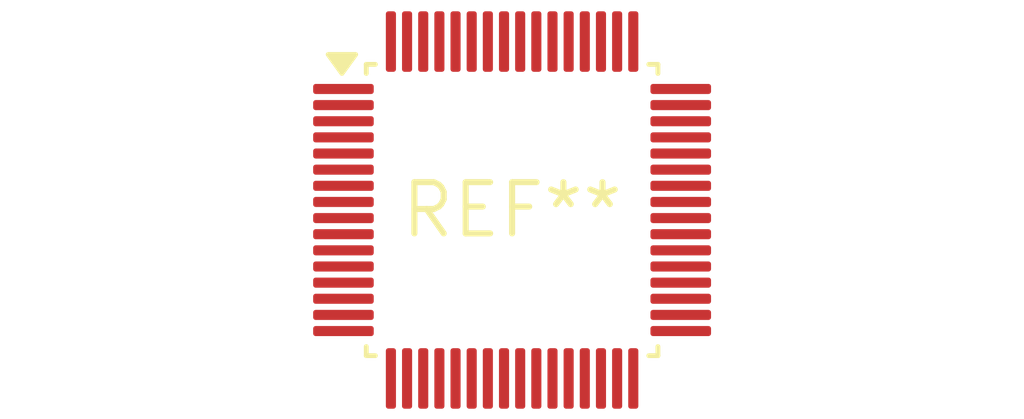
<source format=kicad_pcb>
(kicad_pcb (version 20240108) (generator pcbnew)
  (layers (0 "F.Cu" signal) (31 "B.Cu" signal) (34 "B.Paste" user) (35 "F.Paste" user) (36 "B.SilkS" user "B.Silkscreen") (37 "F.SilkS" user "F.Silkscreen") (38 "B.Mask" user) (39 "F.Mask" user) (44 "Edge.Cuts" user))
  (net 0 "")
  (footprint "LQFP-64_7x7mm_P0.4mm" (layer "F.Cu") (at 0 0)
    (property "Reference" "REF**")
    (property "Value" "LQFP-64_7x7mm_P0.4mm")
    (fp_line (start -3.61 -3.61) (end -3.61 -3.385) (layer "F.SilkS") (stroke (width 0.12)))
    (fp_line (start -3.61 3.61) (end -3.61 3.385) (layer "F.SilkS") (stroke (width 0.12)))
    (fp_line (start -3.385 -3.61) (end -3.61 -3.61) (layer "F.SilkS") (stroke (width 0.12)))
    (fp_line (start -3.385 3.61) (end -3.61 3.61) (layer "F.SilkS") (stroke (width 0.12)))
    (fp_line (start 3.385 -3.61) (end 3.61 -3.61) (layer "F.SilkS") (stroke (width 0.12)))
    (fp_line (start 3.385 3.61) (end 3.61 3.61) (layer "F.SilkS") (stroke (width 0.12)))
    (fp_line (start 3.61 -3.61) (end 3.61 -3.385) (layer "F.SilkS") (stroke (width 0.12)))
    (fp_line (start 3.61 3.61) (end 3.61 3.385) (layer "F.SilkS") (stroke (width 0.12)))
    (fp_poly (pts (xy -4.2125 -3.385) (xy -4.5525 -3.855) (xy -3.8725 -3.855) (xy -4.2125 -3.385)) (layer "F.SilkS") (stroke (width 0.12)) (fill solid))
    (pad "1" smd roundrect (at -4.175 -3) (size 1.5 0.25) (layers "F.Cu" "F.Paste" "F.Mask"))
    (pad "2" smd roundrect (at -4.175 -2.6) (size 1.5 0.25) (layers "F.Cu" "F.Paste" "F.Mask"))
    (pad "3" smd roundrect (at -4.175 -2.2) (size 1.5 0.25) (layers "F.Cu" "F.Paste" "F.Mask"))
    (pad "4" smd roundrect (at -4.175 -1.8) (size 1.5 0.25) (layers "F.Cu" "F.Paste" "F.Mask"))
    (pad "5" smd roundrect (at -4.175 -1.4) (size 1.5 0.25) (layers "F.Cu" "F.Paste" "F.Mask"))
    (pad "6" smd roundrect (at -4.175 -1) (size 1.5 0.25) (layers "F.Cu" "F.Paste" "F.Mask"))
    (pad "7" smd roundrect (at -4.175 -0.6) (size 1.5 0.25) (layers "F.Cu" "F.Paste" "F.Mask"))
    (pad "8" smd roundrect (at -4.175 -0.2) (size 1.5 0.25) (layers "F.Cu" "F.Paste" "F.Mask"))
    (pad "9" smd roundrect (at -4.175 0.2) (size 1.5 0.25) (layers "F.Cu" "F.Paste" "F.Mask"))
    (pad "10" smd roundrect (at -4.175 0.6) (size 1.5 0.25) (layers "F.Cu" "F.Paste" "F.Mask"))
    (pad "11" smd roundrect (at -4.175 1) (size 1.5 0.25) (layers "F.Cu" "F.Paste" "F.Mask"))
    (pad "12" smd roundrect (at -4.175 1.4) (size 1.5 0.25) (layers "F.Cu" "F.Paste" "F.Mask"))
    (pad "13" smd roundrect (at -4.175 1.8) (size 1.5 0.25) (layers "F.Cu" "F.Paste" "F.Mask"))
    (pad "14" smd roundrect (at -4.175 2.2) (size 1.5 0.25) (layers "F.Cu" "F.Paste" "F.Mask"))
    (pad "15" smd roundrect (at -4.175 2.6) (size 1.5 0.25) (layers "F.Cu" "F.Paste" "F.Mask"))
    (pad "16" smd roundrect (at -4.175 3) (size 1.5 0.25) (layers "F.Cu" "F.Paste" "F.Mask"))
    (pad "17" smd roundrect (at -3 4.175) (size 0.25 1.5) (layers "F.Cu" "F.Paste" "F.Mask"))
    (pad "18" smd roundrect (at -2.6 4.175) (size 0.25 1.5) (layers "F.Cu" "F.Paste" "F.Mask"))
    (pad "19" smd roundrect (at -2.2 4.175) (size 0.25 1.5) (layers "F.Cu" "F.Paste" "F.Mask"))
    (pad "20" smd roundrect (at -1.8 4.175) (size 0.25 1.5) (layers "F.Cu" "F.Paste" "F.Mask"))
    (pad "21" smd roundrect (at -1.4 4.175) (size 0.25 1.5) (layers "F.Cu" "F.Paste" "F.Mask"))
    (pad "22" smd roundrect (at -1 4.175) (size 0.25 1.5) (layers "F.Cu" "F.Paste" "F.Mask"))
    (pad "23" smd roundrect (at -0.6 4.175) (size 0.25 1.5) (layers "F.Cu" "F.Paste" "F.Mask"))
    (pad "24" smd roundrect (at -0.2 4.175) (size 0.25 1.5) (layers "F.Cu" "F.Paste" "F.Mask"))
    (pad "25" smd roundrect (at 0.2 4.175) (size 0.25 1.5) (layers "F.Cu" "F.Paste" "F.Mask"))
    (pad "26" smd roundrect (at 0.6 4.175) (size 0.25 1.5) (layers "F.Cu" "F.Paste" "F.Mask"))
    (pad "27" smd roundrect (at 1 4.175) (size 0.25 1.5) (layers "F.Cu" "F.Paste" "F.Mask"))
    (pad "28" smd roundrect (at 1.4 4.175) (size 0.25 1.5) (layers "F.Cu" "F.Paste" "F.Mask"))
    (pad "29" smd roundrect (at 1.8 4.175) (size 0.25 1.5) (layers "F.Cu" "F.Paste" "F.Mask"))
    (pad "30" smd roundrect (at 2.2 4.175) (size 0.25 1.5) (layers "F.Cu" "F.Paste" "F.Mask"))
    (pad "31" smd roundrect (at 2.6 4.175) (size 0.25 1.5) (layers "F.Cu" "F.Paste" "F.Mask"))
    (pad "32" smd roundrect (at 3 4.175) (size 0.25 1.5) (layers "F.Cu" "F.Paste" "F.Mask"))
    (pad "33" smd roundrect (at 4.175 3) (size 1.5 0.25) (layers "F.Cu" "F.Paste" "F.Mask"))
    (pad "34" smd roundrect (at 4.175 2.6) (size 1.5 0.25) (layers "F.Cu" "F.Paste" "F.Mask"))
    (pad "35" smd roundrect (at 4.175 2.2) (size 1.5 0.25) (layers "F.Cu" "F.Paste" "F.Mask"))
    (pad "36" smd roundrect (at 4.175 1.8) (size 1.5 0.25) (layers "F.Cu" "F.Paste" "F.Mask"))
    (pad "37" smd roundrect (at 4.175 1.4) (size 1.5 0.25) (layers "F.Cu" "F.Paste" "F.Mask"))
    (pad "38" smd roundrect (at 4.175 1) (size 1.5 0.25) (layers "F.Cu" "F.Paste" "F.Mask"))
    (pad "39" smd roundrect (at 4.175 0.6) (size 1.5 0.25) (layers "F.Cu" "F.Paste" "F.Mask"))
    (pad "40" smd roundrect (at 4.175 0.2) (size 1.5 0.25) (layers "F.Cu" "F.Paste" "F.Mask"))
    (pad "41" smd roundrect (at 4.175 -0.2) (size 1.5 0.25) (layers "F.Cu" "F.Paste" "F.Mask"))
    (pad "42" smd roundrect (at 4.175 -0.6) (size 1.5 0.25) (layers "F.Cu" "F.Paste" "F.Mask"))
    (pad "43" smd roundrect (at 4.175 -1) (size 1.5 0.25) (layers "F.Cu" "F.Paste" "F.Mask"))
    (pad "44" smd roundrect (at 4.175 -1.4) (size 1.5 0.25) (layers "F.Cu" "F.Paste" "F.Mask"))
    (pad "45" smd roundrect (at 4.175 -1.8) (size 1.5 0.25) (layers "F.Cu" "F.Paste" "F.Mask"))
    (pad "46" smd roundrect (at 4.175 -2.2) (size 1.5 0.25) (layers "F.Cu" "F.Paste" "F.Mask"))
    (pad "47" smd roundrect (at 4.175 -2.6) (size 1.5 0.25) (layers "F.Cu" "F.Paste" "F.Mask"))
    (pad "48" smd roundrect (at 4.175 -3) (size 1.5 0.25) (layers "F.Cu" "F.Paste" "F.Mask"))
    (pad "49" smd roundrect (at 3 -4.175) (size 0.25 1.5) (layers "F.Cu" "F.Paste" "F.Mask"))
    (pad "50" smd roundrect (at 2.6 -4.175) (size 0.25 1.5) (layers "F.Cu" "F.Paste" "F.Mask"))
    (pad "51" smd roundrect (at 2.2 -4.175) (size 0.25 1.5) (layers "F.Cu" "F.Paste" "F.Mask"))
    (pad "52" smd roundrect (at 1.8 -4.175) (size 0.25 1.5) (layers "F.Cu" "F.Paste" "F.Mask"))
    (pad "53" smd roundrect (at 1.4 -4.175) (size 0.25 1.5) (layers "F.Cu" "F.Paste" "F.Mask"))
    (pad "54" smd roundrect (at 1 -4.175) (size 0.25 1.5) (layers "F.Cu" "F.Paste" "F.Mask"))
    (pad "55" smd roundrect (at 0.6 -4.175) (size 0.25 1.5) (layers "F.Cu" "F.Paste" "F.Mask"))
    (pad "56" smd roundrect (at 0.2 -4.175) (size 0.25 1.5) (layers "F.Cu" "F.Paste" "F.Mask"))
    (pad "57" smd roundrect (at -0.2 -4.175) (size 0.25 1.5) (layers "F.Cu" "F.Paste" "F.Mask"))
    (pad "58" smd roundrect (at -0.6 -4.175) (size 0.25 1.5) (layers "F.Cu" "F.Paste" "F.Mask"))
    (pad "59" smd roundrect (at -1 -4.175) (size 0.25 1.5) (layers "F.Cu" "F.Paste" "F.Mask"))
    (pad "60" smd roundrect (at -1.4 -4.175) (size 0.25 1.5) (layers "F.Cu" "F.Paste" "F.Mask"))
    (pad "61" smd roundrect (at -1.8 -4.175) (size 0.25 1.5) (layers "F.Cu" "F.Paste" "F.Mask"))
    (pad "62" smd roundrect (at -2.2 -4.175) (size 0.25 1.5) (layers "F.Cu" "F.Paste" "F.Mask"))
    (pad "63" smd roundrect (at -2.6 -4.175) (size 0.25 1.5) (layers "F.Cu" "F.Paste" "F.Mask"))
    (pad "64" smd roundrect (at -3 -4.175) (size 0.25 1.5) (layers "F.Cu" "F.Paste" "F.Mask"))
  )
)
</source>
